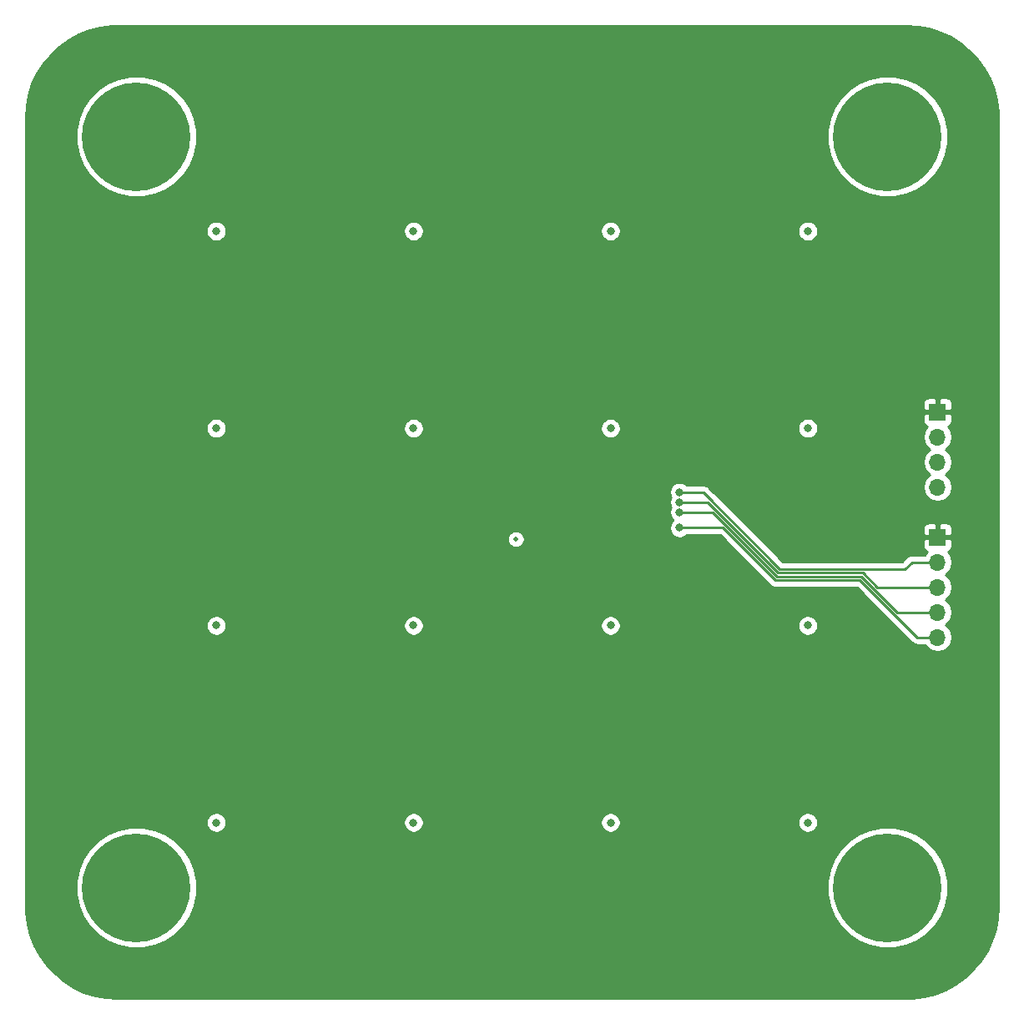
<source format=gbr>
G04 #@! TF.GenerationSoftware,KiCad,Pcbnew,(5.1.5)-3*
G04 #@! TF.CreationDate,2020-04-16T13:08:58+02:00*
G04 #@! TF.ProjectId,TGPG_breakoutboard,54475047-5f62-4726-9561-6b6f7574626f,rev?*
G04 #@! TF.SameCoordinates,Original*
G04 #@! TF.FileFunction,Copper,L4,Bot*
G04 #@! TF.FilePolarity,Positive*
%FSLAX46Y46*%
G04 Gerber Fmt 4.6, Leading zero omitted, Abs format (unit mm)*
G04 Created by KiCad (PCBNEW (5.1.5)-3) date 2020-04-16 13:08:58*
%MOMM*%
%LPD*%
G04 APERTURE LIST*
%ADD10C,11.000000*%
%ADD11O,1.700000X1.700000*%
%ADD12R,1.700000X1.700000*%
%ADD13C,0.500000*%
%ADD14C,0.800000*%
%ADD15C,0.250000*%
%ADD16C,0.254000*%
G04 APERTURE END LIST*
D10*
X178100000Y-51900000D03*
X178100000Y-128100000D03*
X101900000Y-128100000D03*
X101900000Y-51900000D03*
D11*
X183180000Y-87460000D03*
X183180000Y-84920000D03*
X183180000Y-82380000D03*
D12*
X183180000Y-79840000D03*
D11*
X183180000Y-102700000D03*
X183180000Y-100160000D03*
X183180000Y-97620000D03*
X183180000Y-95080000D03*
D12*
X183180000Y-92540000D03*
D13*
X138750000Y-91250000D03*
X138750000Y-88750000D03*
D14*
X110000000Y-58500000D03*
X130000000Y-58500000D03*
X150000000Y-58500000D03*
X170000000Y-58500000D03*
X110000000Y-78500000D03*
X130000000Y-78500000D03*
X150000000Y-78500000D03*
X170000000Y-78500000D03*
X110000000Y-98500000D03*
X130000000Y-98500000D03*
X150000000Y-98500000D03*
X170000000Y-98500000D03*
X110000000Y-118500000D03*
X130000000Y-118500000D03*
X150000000Y-118500000D03*
X170000000Y-118500000D03*
D13*
X141250000Y-88750000D03*
X141250000Y-91250000D03*
D14*
X181910000Y-70950000D03*
X101900000Y-64600000D03*
X101900000Y-77300000D03*
X101900000Y-90000000D03*
X101900000Y-105240000D03*
X101900000Y-115400000D03*
X178100000Y-115400000D03*
X178100000Y-102700000D03*
X178100000Y-90000000D03*
X178100000Y-77300000D03*
X178100000Y-64600000D03*
X165400000Y-51900000D03*
X152700000Y-51900000D03*
X140000000Y-51900000D03*
X127300000Y-51900000D03*
X114600000Y-51900000D03*
D13*
X140400000Y-92750000D03*
D14*
X110000000Y-61500000D03*
X130000000Y-61500000D03*
X150000000Y-61500000D03*
X170000000Y-61500000D03*
X110000000Y-81500000D03*
X130000000Y-81500000D03*
X150000000Y-81500000D03*
X170000000Y-81500000D03*
X110000000Y-101500000D03*
X130000000Y-101500000D03*
X150000000Y-101500000D03*
X170000000Y-101500000D03*
X110000000Y-121500000D03*
X130000000Y-121500000D03*
X150000000Y-121500000D03*
X170000000Y-121500000D03*
X157000000Y-90000000D03*
X157000000Y-89000000D03*
X157000000Y-88000000D03*
X157000000Y-91600000D03*
D15*
X157000000Y-90000000D02*
X160330344Y-90000000D01*
X160330344Y-90000000D02*
X166855334Y-96524990D01*
X166855334Y-96524990D02*
X175455335Y-96524991D01*
X179090344Y-100160000D02*
X183180000Y-100160000D01*
X175455335Y-96524991D02*
X179090344Y-100160000D01*
X177080688Y-97620000D02*
X183180000Y-97620000D01*
X157000000Y-89000000D02*
X159860688Y-89000000D01*
X175610670Y-96149982D02*
X177080688Y-97620000D01*
X167010669Y-96149981D02*
X175610670Y-96149982D01*
X159860688Y-89000000D02*
X167010669Y-96149981D01*
X180569944Y-95080000D02*
X183180000Y-95080000D01*
X179874972Y-95774972D02*
X180569944Y-95080000D01*
X167166004Y-95774972D02*
X179874972Y-95774972D01*
X157000000Y-88000000D02*
X159391032Y-88000000D01*
X159391032Y-88000000D02*
X167166004Y-95774972D01*
X157000000Y-91600000D02*
X161400000Y-91600000D01*
X161400000Y-91600000D02*
X166700000Y-96900000D01*
X166700000Y-96900000D02*
X175300000Y-96900000D01*
X181100000Y-102700000D02*
X183180000Y-102700000D01*
X175300000Y-96900000D02*
X181100000Y-102700000D01*
D16*
G36*
X181170449Y-40734944D02*
G01*
X182322444Y-40954698D01*
X183437801Y-41317100D01*
X184498955Y-41816441D01*
X185489146Y-42444836D01*
X186392776Y-43192383D01*
X187195588Y-44047292D01*
X187884922Y-44996079D01*
X188449903Y-46023774D01*
X188881627Y-47114186D01*
X189173281Y-48250103D01*
X189321571Y-49423941D01*
X189340000Y-50010358D01*
X189340001Y-129979237D01*
X189265056Y-131170448D01*
X189045302Y-132322444D01*
X188682900Y-133437801D01*
X188183560Y-134498952D01*
X187555165Y-135489144D01*
X186807612Y-136392780D01*
X185952708Y-137195588D01*
X185003922Y-137884922D01*
X183976227Y-138449903D01*
X182885813Y-138881627D01*
X181749897Y-139173281D01*
X180576058Y-139321571D01*
X179989642Y-139340000D01*
X100020747Y-139340000D01*
X98829552Y-139265056D01*
X97677556Y-139045302D01*
X96562199Y-138682900D01*
X95501048Y-138183560D01*
X94510856Y-137555165D01*
X93607220Y-136807612D01*
X92804412Y-135952708D01*
X92115078Y-135003922D01*
X91550097Y-133976227D01*
X91118373Y-132885813D01*
X90826719Y-131749897D01*
X90678429Y-130576058D01*
X90660000Y-129989642D01*
X90660000Y-127495755D01*
X95765000Y-127495755D01*
X95765000Y-128704245D01*
X96000764Y-129889514D01*
X96463233Y-131006012D01*
X97134634Y-132010835D01*
X97989165Y-132865366D01*
X98993988Y-133536767D01*
X100110486Y-133999236D01*
X101295755Y-134235000D01*
X102504245Y-134235000D01*
X103689514Y-133999236D01*
X104806012Y-133536767D01*
X105810835Y-132865366D01*
X106665366Y-132010835D01*
X107336767Y-131006012D01*
X107799236Y-129889514D01*
X108035000Y-128704245D01*
X108035000Y-127495755D01*
X171965000Y-127495755D01*
X171965000Y-128704245D01*
X172200764Y-129889514D01*
X172663233Y-131006012D01*
X173334634Y-132010835D01*
X174189165Y-132865366D01*
X175193988Y-133536767D01*
X176310486Y-133999236D01*
X177495755Y-134235000D01*
X178704245Y-134235000D01*
X179889514Y-133999236D01*
X181006012Y-133536767D01*
X182010835Y-132865366D01*
X182865366Y-132010835D01*
X183536767Y-131006012D01*
X183999236Y-129889514D01*
X184235000Y-128704245D01*
X184235000Y-127495755D01*
X183999236Y-126310486D01*
X183536767Y-125193988D01*
X182865366Y-124189165D01*
X182010835Y-123334634D01*
X181006012Y-122663233D01*
X179889514Y-122200764D01*
X178704245Y-121965000D01*
X177495755Y-121965000D01*
X176310486Y-122200764D01*
X175193988Y-122663233D01*
X174189165Y-123334634D01*
X173334634Y-124189165D01*
X172663233Y-125193988D01*
X172200764Y-126310486D01*
X171965000Y-127495755D01*
X108035000Y-127495755D01*
X107799236Y-126310486D01*
X107336767Y-125193988D01*
X106665366Y-124189165D01*
X105810835Y-123334634D01*
X104806012Y-122663233D01*
X103689514Y-122200764D01*
X102504245Y-121965000D01*
X101295755Y-121965000D01*
X100110486Y-122200764D01*
X98993988Y-122663233D01*
X97989165Y-123334634D01*
X97134634Y-124189165D01*
X96463233Y-125193988D01*
X96000764Y-126310486D01*
X95765000Y-127495755D01*
X90660000Y-127495755D01*
X90660000Y-121398061D01*
X108965000Y-121398061D01*
X108965000Y-121601939D01*
X109004774Y-121801898D01*
X109082795Y-121990256D01*
X109196063Y-122159774D01*
X109340226Y-122303937D01*
X109509744Y-122417205D01*
X109698102Y-122495226D01*
X109898061Y-122535000D01*
X110101939Y-122535000D01*
X110301898Y-122495226D01*
X110490256Y-122417205D01*
X110659774Y-122303937D01*
X110803937Y-122159774D01*
X110917205Y-121990256D01*
X110995226Y-121801898D01*
X111035000Y-121601939D01*
X111035000Y-121398061D01*
X128965000Y-121398061D01*
X128965000Y-121601939D01*
X129004774Y-121801898D01*
X129082795Y-121990256D01*
X129196063Y-122159774D01*
X129340226Y-122303937D01*
X129509744Y-122417205D01*
X129698102Y-122495226D01*
X129898061Y-122535000D01*
X130101939Y-122535000D01*
X130301898Y-122495226D01*
X130490256Y-122417205D01*
X130659774Y-122303937D01*
X130803937Y-122159774D01*
X130917205Y-121990256D01*
X130995226Y-121801898D01*
X131035000Y-121601939D01*
X131035000Y-121398061D01*
X148965000Y-121398061D01*
X148965000Y-121601939D01*
X149004774Y-121801898D01*
X149082795Y-121990256D01*
X149196063Y-122159774D01*
X149340226Y-122303937D01*
X149509744Y-122417205D01*
X149698102Y-122495226D01*
X149898061Y-122535000D01*
X150101939Y-122535000D01*
X150301898Y-122495226D01*
X150490256Y-122417205D01*
X150659774Y-122303937D01*
X150803937Y-122159774D01*
X150917205Y-121990256D01*
X150995226Y-121801898D01*
X151035000Y-121601939D01*
X151035000Y-121398061D01*
X168965000Y-121398061D01*
X168965000Y-121601939D01*
X169004774Y-121801898D01*
X169082795Y-121990256D01*
X169196063Y-122159774D01*
X169340226Y-122303937D01*
X169509744Y-122417205D01*
X169698102Y-122495226D01*
X169898061Y-122535000D01*
X170101939Y-122535000D01*
X170301898Y-122495226D01*
X170490256Y-122417205D01*
X170659774Y-122303937D01*
X170803937Y-122159774D01*
X170917205Y-121990256D01*
X170995226Y-121801898D01*
X171035000Y-121601939D01*
X171035000Y-121398061D01*
X170995226Y-121198102D01*
X170917205Y-121009744D01*
X170803937Y-120840226D01*
X170659774Y-120696063D01*
X170490256Y-120582795D01*
X170301898Y-120504774D01*
X170101939Y-120465000D01*
X169898061Y-120465000D01*
X169698102Y-120504774D01*
X169509744Y-120582795D01*
X169340226Y-120696063D01*
X169196063Y-120840226D01*
X169082795Y-121009744D01*
X169004774Y-121198102D01*
X168965000Y-121398061D01*
X151035000Y-121398061D01*
X150995226Y-121198102D01*
X150917205Y-121009744D01*
X150803937Y-120840226D01*
X150659774Y-120696063D01*
X150490256Y-120582795D01*
X150301898Y-120504774D01*
X150101939Y-120465000D01*
X149898061Y-120465000D01*
X149698102Y-120504774D01*
X149509744Y-120582795D01*
X149340226Y-120696063D01*
X149196063Y-120840226D01*
X149082795Y-121009744D01*
X149004774Y-121198102D01*
X148965000Y-121398061D01*
X131035000Y-121398061D01*
X130995226Y-121198102D01*
X130917205Y-121009744D01*
X130803937Y-120840226D01*
X130659774Y-120696063D01*
X130490256Y-120582795D01*
X130301898Y-120504774D01*
X130101939Y-120465000D01*
X129898061Y-120465000D01*
X129698102Y-120504774D01*
X129509744Y-120582795D01*
X129340226Y-120696063D01*
X129196063Y-120840226D01*
X129082795Y-121009744D01*
X129004774Y-121198102D01*
X128965000Y-121398061D01*
X111035000Y-121398061D01*
X110995226Y-121198102D01*
X110917205Y-121009744D01*
X110803937Y-120840226D01*
X110659774Y-120696063D01*
X110490256Y-120582795D01*
X110301898Y-120504774D01*
X110101939Y-120465000D01*
X109898061Y-120465000D01*
X109698102Y-120504774D01*
X109509744Y-120582795D01*
X109340226Y-120696063D01*
X109196063Y-120840226D01*
X109082795Y-121009744D01*
X109004774Y-121198102D01*
X108965000Y-121398061D01*
X90660000Y-121398061D01*
X90660000Y-101398061D01*
X108965000Y-101398061D01*
X108965000Y-101601939D01*
X109004774Y-101801898D01*
X109082795Y-101990256D01*
X109196063Y-102159774D01*
X109340226Y-102303937D01*
X109509744Y-102417205D01*
X109698102Y-102495226D01*
X109898061Y-102535000D01*
X110101939Y-102535000D01*
X110301898Y-102495226D01*
X110490256Y-102417205D01*
X110659774Y-102303937D01*
X110803937Y-102159774D01*
X110917205Y-101990256D01*
X110995226Y-101801898D01*
X111035000Y-101601939D01*
X111035000Y-101398061D01*
X128965000Y-101398061D01*
X128965000Y-101601939D01*
X129004774Y-101801898D01*
X129082795Y-101990256D01*
X129196063Y-102159774D01*
X129340226Y-102303937D01*
X129509744Y-102417205D01*
X129698102Y-102495226D01*
X129898061Y-102535000D01*
X130101939Y-102535000D01*
X130301898Y-102495226D01*
X130490256Y-102417205D01*
X130659774Y-102303937D01*
X130803937Y-102159774D01*
X130917205Y-101990256D01*
X130995226Y-101801898D01*
X131035000Y-101601939D01*
X131035000Y-101398061D01*
X148965000Y-101398061D01*
X148965000Y-101601939D01*
X149004774Y-101801898D01*
X149082795Y-101990256D01*
X149196063Y-102159774D01*
X149340226Y-102303937D01*
X149509744Y-102417205D01*
X149698102Y-102495226D01*
X149898061Y-102535000D01*
X150101939Y-102535000D01*
X150301898Y-102495226D01*
X150490256Y-102417205D01*
X150659774Y-102303937D01*
X150803937Y-102159774D01*
X150917205Y-101990256D01*
X150995226Y-101801898D01*
X151035000Y-101601939D01*
X151035000Y-101398061D01*
X168965000Y-101398061D01*
X168965000Y-101601939D01*
X169004774Y-101801898D01*
X169082795Y-101990256D01*
X169196063Y-102159774D01*
X169340226Y-102303937D01*
X169509744Y-102417205D01*
X169698102Y-102495226D01*
X169898061Y-102535000D01*
X170101939Y-102535000D01*
X170301898Y-102495226D01*
X170490256Y-102417205D01*
X170659774Y-102303937D01*
X170803937Y-102159774D01*
X170917205Y-101990256D01*
X170995226Y-101801898D01*
X171035000Y-101601939D01*
X171035000Y-101398061D01*
X170995226Y-101198102D01*
X170917205Y-101009744D01*
X170803937Y-100840226D01*
X170659774Y-100696063D01*
X170490256Y-100582795D01*
X170301898Y-100504774D01*
X170101939Y-100465000D01*
X169898061Y-100465000D01*
X169698102Y-100504774D01*
X169509744Y-100582795D01*
X169340226Y-100696063D01*
X169196063Y-100840226D01*
X169082795Y-101009744D01*
X169004774Y-101198102D01*
X168965000Y-101398061D01*
X151035000Y-101398061D01*
X150995226Y-101198102D01*
X150917205Y-101009744D01*
X150803937Y-100840226D01*
X150659774Y-100696063D01*
X150490256Y-100582795D01*
X150301898Y-100504774D01*
X150101939Y-100465000D01*
X149898061Y-100465000D01*
X149698102Y-100504774D01*
X149509744Y-100582795D01*
X149340226Y-100696063D01*
X149196063Y-100840226D01*
X149082795Y-101009744D01*
X149004774Y-101198102D01*
X148965000Y-101398061D01*
X131035000Y-101398061D01*
X130995226Y-101198102D01*
X130917205Y-101009744D01*
X130803937Y-100840226D01*
X130659774Y-100696063D01*
X130490256Y-100582795D01*
X130301898Y-100504774D01*
X130101939Y-100465000D01*
X129898061Y-100465000D01*
X129698102Y-100504774D01*
X129509744Y-100582795D01*
X129340226Y-100696063D01*
X129196063Y-100840226D01*
X129082795Y-101009744D01*
X129004774Y-101198102D01*
X128965000Y-101398061D01*
X111035000Y-101398061D01*
X110995226Y-101198102D01*
X110917205Y-101009744D01*
X110803937Y-100840226D01*
X110659774Y-100696063D01*
X110490256Y-100582795D01*
X110301898Y-100504774D01*
X110101939Y-100465000D01*
X109898061Y-100465000D01*
X109698102Y-100504774D01*
X109509744Y-100582795D01*
X109340226Y-100696063D01*
X109196063Y-100840226D01*
X109082795Y-101009744D01*
X109004774Y-101198102D01*
X108965000Y-101398061D01*
X90660000Y-101398061D01*
X90660000Y-92662835D01*
X139515000Y-92662835D01*
X139515000Y-92837165D01*
X139549010Y-93008145D01*
X139615723Y-93169205D01*
X139712576Y-93314155D01*
X139835845Y-93437424D01*
X139980795Y-93534277D01*
X140141855Y-93600990D01*
X140312835Y-93635000D01*
X140487165Y-93635000D01*
X140658145Y-93600990D01*
X140819205Y-93534277D01*
X140964155Y-93437424D01*
X141087424Y-93314155D01*
X141184277Y-93169205D01*
X141250990Y-93008145D01*
X141285000Y-92837165D01*
X141285000Y-92662835D01*
X141250990Y-92491855D01*
X141184277Y-92330795D01*
X141087424Y-92185845D01*
X140964155Y-92062576D01*
X140819205Y-91965723D01*
X140658145Y-91899010D01*
X140487165Y-91865000D01*
X140312835Y-91865000D01*
X140141855Y-91899010D01*
X139980795Y-91965723D01*
X139835845Y-92062576D01*
X139712576Y-92185845D01*
X139615723Y-92330795D01*
X139549010Y-92491855D01*
X139515000Y-92662835D01*
X90660000Y-92662835D01*
X90660000Y-87898061D01*
X155965000Y-87898061D01*
X155965000Y-88101939D01*
X156004774Y-88301898D01*
X156082795Y-88490256D01*
X156089306Y-88500000D01*
X156082795Y-88509744D01*
X156004774Y-88698102D01*
X155965000Y-88898061D01*
X155965000Y-89101939D01*
X156004774Y-89301898D01*
X156082795Y-89490256D01*
X156089306Y-89500000D01*
X156082795Y-89509744D01*
X156004774Y-89698102D01*
X155965000Y-89898061D01*
X155965000Y-90101939D01*
X156004774Y-90301898D01*
X156082795Y-90490256D01*
X156196063Y-90659774D01*
X156336289Y-90800000D01*
X156196063Y-90940226D01*
X156082795Y-91109744D01*
X156004774Y-91298102D01*
X155965000Y-91498061D01*
X155965000Y-91701939D01*
X156004774Y-91901898D01*
X156082795Y-92090256D01*
X156196063Y-92259774D01*
X156340226Y-92403937D01*
X156509744Y-92517205D01*
X156698102Y-92595226D01*
X156898061Y-92635000D01*
X157101939Y-92635000D01*
X157301898Y-92595226D01*
X157490256Y-92517205D01*
X157659774Y-92403937D01*
X157703711Y-92360000D01*
X161085199Y-92360000D01*
X166136200Y-97411002D01*
X166159999Y-97440001D01*
X166188997Y-97463799D01*
X166275723Y-97534974D01*
X166407753Y-97605546D01*
X166551014Y-97649003D01*
X166662667Y-97660000D01*
X166662677Y-97660000D01*
X166700000Y-97663676D01*
X166737323Y-97660000D01*
X174985199Y-97660000D01*
X180536201Y-103211003D01*
X180559999Y-103240001D01*
X180675724Y-103334974D01*
X180807753Y-103405546D01*
X180951014Y-103449003D01*
X181062667Y-103460000D01*
X181062675Y-103460000D01*
X181100000Y-103463676D01*
X181137325Y-103460000D01*
X181901822Y-103460000D01*
X182026525Y-103646632D01*
X182233368Y-103853475D01*
X182476589Y-104015990D01*
X182746842Y-104127932D01*
X183033740Y-104185000D01*
X183326260Y-104185000D01*
X183613158Y-104127932D01*
X183883411Y-104015990D01*
X184126632Y-103853475D01*
X184333475Y-103646632D01*
X184495990Y-103403411D01*
X184607932Y-103133158D01*
X184665000Y-102846260D01*
X184665000Y-102553740D01*
X184607932Y-102266842D01*
X184495990Y-101996589D01*
X184333475Y-101753368D01*
X184126632Y-101546525D01*
X183952240Y-101430000D01*
X184126632Y-101313475D01*
X184333475Y-101106632D01*
X184495990Y-100863411D01*
X184607932Y-100593158D01*
X184665000Y-100306260D01*
X184665000Y-100013740D01*
X184607932Y-99726842D01*
X184495990Y-99456589D01*
X184333475Y-99213368D01*
X184126632Y-99006525D01*
X183952240Y-98890000D01*
X184126632Y-98773475D01*
X184333475Y-98566632D01*
X184495990Y-98323411D01*
X184607932Y-98053158D01*
X184665000Y-97766260D01*
X184665000Y-97473740D01*
X184607932Y-97186842D01*
X184495990Y-96916589D01*
X184333475Y-96673368D01*
X184126632Y-96466525D01*
X183952240Y-96350000D01*
X184126632Y-96233475D01*
X184333475Y-96026632D01*
X184495990Y-95783411D01*
X184607932Y-95513158D01*
X184665000Y-95226260D01*
X184665000Y-94933740D01*
X184607932Y-94646842D01*
X184495990Y-94376589D01*
X184333475Y-94133368D01*
X184201620Y-94001513D01*
X184274180Y-93979502D01*
X184384494Y-93920537D01*
X184481185Y-93841185D01*
X184560537Y-93744494D01*
X184619502Y-93634180D01*
X184655812Y-93514482D01*
X184668072Y-93390000D01*
X184665000Y-92825750D01*
X184506250Y-92667000D01*
X183307000Y-92667000D01*
X183307000Y-92687000D01*
X183053000Y-92687000D01*
X183053000Y-92667000D01*
X181853750Y-92667000D01*
X181695000Y-92825750D01*
X181691928Y-93390000D01*
X181704188Y-93514482D01*
X181740498Y-93634180D01*
X181799463Y-93744494D01*
X181878815Y-93841185D01*
X181975506Y-93920537D01*
X182085820Y-93979502D01*
X182158380Y-94001513D01*
X182026525Y-94133368D01*
X181901822Y-94320000D01*
X180607267Y-94320000D01*
X180569944Y-94316324D01*
X180532621Y-94320000D01*
X180532611Y-94320000D01*
X180420958Y-94330997D01*
X180277697Y-94374454D01*
X180145668Y-94445026D01*
X180029943Y-94539999D01*
X180006145Y-94568998D01*
X179560171Y-95014972D01*
X167480806Y-95014972D01*
X164155834Y-91690000D01*
X181691928Y-91690000D01*
X181695000Y-92254250D01*
X181853750Y-92413000D01*
X183053000Y-92413000D01*
X183053000Y-91213750D01*
X183307000Y-91213750D01*
X183307000Y-92413000D01*
X184506250Y-92413000D01*
X184665000Y-92254250D01*
X184668072Y-91690000D01*
X184655812Y-91565518D01*
X184619502Y-91445820D01*
X184560537Y-91335506D01*
X184481185Y-91238815D01*
X184384494Y-91159463D01*
X184274180Y-91100498D01*
X184154482Y-91064188D01*
X184030000Y-91051928D01*
X183465750Y-91055000D01*
X183307000Y-91213750D01*
X183053000Y-91213750D01*
X182894250Y-91055000D01*
X182330000Y-91051928D01*
X182205518Y-91064188D01*
X182085820Y-91100498D01*
X181975506Y-91159463D01*
X181878815Y-91238815D01*
X181799463Y-91335506D01*
X181740498Y-91445820D01*
X181704188Y-91565518D01*
X181691928Y-91690000D01*
X164155834Y-91690000D01*
X159954836Y-87489003D01*
X159931033Y-87459999D01*
X159815308Y-87365026D01*
X159683279Y-87294454D01*
X159540018Y-87250997D01*
X159428365Y-87240000D01*
X159428354Y-87240000D01*
X159391032Y-87236324D01*
X159353710Y-87240000D01*
X157703711Y-87240000D01*
X157659774Y-87196063D01*
X157490256Y-87082795D01*
X157301898Y-87004774D01*
X157101939Y-86965000D01*
X156898061Y-86965000D01*
X156698102Y-87004774D01*
X156509744Y-87082795D01*
X156340226Y-87196063D01*
X156196063Y-87340226D01*
X156082795Y-87509744D01*
X156004774Y-87698102D01*
X155965000Y-87898061D01*
X90660000Y-87898061D01*
X90660000Y-81398061D01*
X108965000Y-81398061D01*
X108965000Y-81601939D01*
X109004774Y-81801898D01*
X109082795Y-81990256D01*
X109196063Y-82159774D01*
X109340226Y-82303937D01*
X109509744Y-82417205D01*
X109698102Y-82495226D01*
X109898061Y-82535000D01*
X110101939Y-82535000D01*
X110301898Y-82495226D01*
X110490256Y-82417205D01*
X110659774Y-82303937D01*
X110803937Y-82159774D01*
X110917205Y-81990256D01*
X110995226Y-81801898D01*
X111035000Y-81601939D01*
X111035000Y-81398061D01*
X128965000Y-81398061D01*
X128965000Y-81601939D01*
X129004774Y-81801898D01*
X129082795Y-81990256D01*
X129196063Y-82159774D01*
X129340226Y-82303937D01*
X129509744Y-82417205D01*
X129698102Y-82495226D01*
X129898061Y-82535000D01*
X130101939Y-82535000D01*
X130301898Y-82495226D01*
X130490256Y-82417205D01*
X130659774Y-82303937D01*
X130803937Y-82159774D01*
X130917205Y-81990256D01*
X130995226Y-81801898D01*
X131035000Y-81601939D01*
X131035000Y-81398061D01*
X148965000Y-81398061D01*
X148965000Y-81601939D01*
X149004774Y-81801898D01*
X149082795Y-81990256D01*
X149196063Y-82159774D01*
X149340226Y-82303937D01*
X149509744Y-82417205D01*
X149698102Y-82495226D01*
X149898061Y-82535000D01*
X150101939Y-82535000D01*
X150301898Y-82495226D01*
X150490256Y-82417205D01*
X150659774Y-82303937D01*
X150803937Y-82159774D01*
X150917205Y-81990256D01*
X150995226Y-81801898D01*
X151035000Y-81601939D01*
X151035000Y-81398061D01*
X168965000Y-81398061D01*
X168965000Y-81601939D01*
X169004774Y-81801898D01*
X169082795Y-81990256D01*
X169196063Y-82159774D01*
X169340226Y-82303937D01*
X169509744Y-82417205D01*
X169698102Y-82495226D01*
X169898061Y-82535000D01*
X170101939Y-82535000D01*
X170301898Y-82495226D01*
X170490256Y-82417205D01*
X170659774Y-82303937D01*
X170803937Y-82159774D01*
X170917205Y-81990256D01*
X170995226Y-81801898D01*
X171035000Y-81601939D01*
X171035000Y-81398061D01*
X170995226Y-81198102D01*
X170917205Y-81009744D01*
X170803937Y-80840226D01*
X170659774Y-80696063D01*
X170650701Y-80690000D01*
X181691928Y-80690000D01*
X181704188Y-80814482D01*
X181740498Y-80934180D01*
X181799463Y-81044494D01*
X181878815Y-81141185D01*
X181975506Y-81220537D01*
X182085820Y-81279502D01*
X182158380Y-81301513D01*
X182026525Y-81433368D01*
X181864010Y-81676589D01*
X181752068Y-81946842D01*
X181695000Y-82233740D01*
X181695000Y-82526260D01*
X181752068Y-82813158D01*
X181864010Y-83083411D01*
X182026525Y-83326632D01*
X182233368Y-83533475D01*
X182407760Y-83650000D01*
X182233368Y-83766525D01*
X182026525Y-83973368D01*
X181864010Y-84216589D01*
X181752068Y-84486842D01*
X181695000Y-84773740D01*
X181695000Y-85066260D01*
X181752068Y-85353158D01*
X181864010Y-85623411D01*
X182026525Y-85866632D01*
X182233368Y-86073475D01*
X182407760Y-86190000D01*
X182233368Y-86306525D01*
X182026525Y-86513368D01*
X181864010Y-86756589D01*
X181752068Y-87026842D01*
X181695000Y-87313740D01*
X181695000Y-87606260D01*
X181752068Y-87893158D01*
X181864010Y-88163411D01*
X182026525Y-88406632D01*
X182233368Y-88613475D01*
X182476589Y-88775990D01*
X182746842Y-88887932D01*
X183033740Y-88945000D01*
X183326260Y-88945000D01*
X183613158Y-88887932D01*
X183883411Y-88775990D01*
X184126632Y-88613475D01*
X184333475Y-88406632D01*
X184495990Y-88163411D01*
X184607932Y-87893158D01*
X184665000Y-87606260D01*
X184665000Y-87313740D01*
X184607932Y-87026842D01*
X184495990Y-86756589D01*
X184333475Y-86513368D01*
X184126632Y-86306525D01*
X183952240Y-86190000D01*
X184126632Y-86073475D01*
X184333475Y-85866632D01*
X184495990Y-85623411D01*
X184607932Y-85353158D01*
X184665000Y-85066260D01*
X184665000Y-84773740D01*
X184607932Y-84486842D01*
X184495990Y-84216589D01*
X184333475Y-83973368D01*
X184126632Y-83766525D01*
X183952240Y-83650000D01*
X184126632Y-83533475D01*
X184333475Y-83326632D01*
X184495990Y-83083411D01*
X184607932Y-82813158D01*
X184665000Y-82526260D01*
X184665000Y-82233740D01*
X184607932Y-81946842D01*
X184495990Y-81676589D01*
X184333475Y-81433368D01*
X184201620Y-81301513D01*
X184274180Y-81279502D01*
X184384494Y-81220537D01*
X184481185Y-81141185D01*
X184560537Y-81044494D01*
X184619502Y-80934180D01*
X184655812Y-80814482D01*
X184668072Y-80690000D01*
X184665000Y-80125750D01*
X184506250Y-79967000D01*
X183307000Y-79967000D01*
X183307000Y-79987000D01*
X183053000Y-79987000D01*
X183053000Y-79967000D01*
X181853750Y-79967000D01*
X181695000Y-80125750D01*
X181691928Y-80690000D01*
X170650701Y-80690000D01*
X170490256Y-80582795D01*
X170301898Y-80504774D01*
X170101939Y-80465000D01*
X169898061Y-80465000D01*
X169698102Y-80504774D01*
X169509744Y-80582795D01*
X169340226Y-80696063D01*
X169196063Y-80840226D01*
X169082795Y-81009744D01*
X169004774Y-81198102D01*
X168965000Y-81398061D01*
X151035000Y-81398061D01*
X150995226Y-81198102D01*
X150917205Y-81009744D01*
X150803937Y-80840226D01*
X150659774Y-80696063D01*
X150490256Y-80582795D01*
X150301898Y-80504774D01*
X150101939Y-80465000D01*
X149898061Y-80465000D01*
X149698102Y-80504774D01*
X149509744Y-80582795D01*
X149340226Y-80696063D01*
X149196063Y-80840226D01*
X149082795Y-81009744D01*
X149004774Y-81198102D01*
X148965000Y-81398061D01*
X131035000Y-81398061D01*
X130995226Y-81198102D01*
X130917205Y-81009744D01*
X130803937Y-80840226D01*
X130659774Y-80696063D01*
X130490256Y-80582795D01*
X130301898Y-80504774D01*
X130101939Y-80465000D01*
X129898061Y-80465000D01*
X129698102Y-80504774D01*
X129509744Y-80582795D01*
X129340226Y-80696063D01*
X129196063Y-80840226D01*
X129082795Y-81009744D01*
X129004774Y-81198102D01*
X128965000Y-81398061D01*
X111035000Y-81398061D01*
X110995226Y-81198102D01*
X110917205Y-81009744D01*
X110803937Y-80840226D01*
X110659774Y-80696063D01*
X110490256Y-80582795D01*
X110301898Y-80504774D01*
X110101939Y-80465000D01*
X109898061Y-80465000D01*
X109698102Y-80504774D01*
X109509744Y-80582795D01*
X109340226Y-80696063D01*
X109196063Y-80840226D01*
X109082795Y-81009744D01*
X109004774Y-81198102D01*
X108965000Y-81398061D01*
X90660000Y-81398061D01*
X90660000Y-78990000D01*
X181691928Y-78990000D01*
X181695000Y-79554250D01*
X181853750Y-79713000D01*
X183053000Y-79713000D01*
X183053000Y-78513750D01*
X183307000Y-78513750D01*
X183307000Y-79713000D01*
X184506250Y-79713000D01*
X184665000Y-79554250D01*
X184668072Y-78990000D01*
X184655812Y-78865518D01*
X184619502Y-78745820D01*
X184560537Y-78635506D01*
X184481185Y-78538815D01*
X184384494Y-78459463D01*
X184274180Y-78400498D01*
X184154482Y-78364188D01*
X184030000Y-78351928D01*
X183465750Y-78355000D01*
X183307000Y-78513750D01*
X183053000Y-78513750D01*
X182894250Y-78355000D01*
X182330000Y-78351928D01*
X182205518Y-78364188D01*
X182085820Y-78400498D01*
X181975506Y-78459463D01*
X181878815Y-78538815D01*
X181799463Y-78635506D01*
X181740498Y-78745820D01*
X181704188Y-78865518D01*
X181691928Y-78990000D01*
X90660000Y-78990000D01*
X90660000Y-61398061D01*
X108965000Y-61398061D01*
X108965000Y-61601939D01*
X109004774Y-61801898D01*
X109082795Y-61990256D01*
X109196063Y-62159774D01*
X109340226Y-62303937D01*
X109509744Y-62417205D01*
X109698102Y-62495226D01*
X109898061Y-62535000D01*
X110101939Y-62535000D01*
X110301898Y-62495226D01*
X110490256Y-62417205D01*
X110659774Y-62303937D01*
X110803937Y-62159774D01*
X110917205Y-61990256D01*
X110995226Y-61801898D01*
X111035000Y-61601939D01*
X111035000Y-61398061D01*
X128965000Y-61398061D01*
X128965000Y-61601939D01*
X129004774Y-61801898D01*
X129082795Y-61990256D01*
X129196063Y-62159774D01*
X129340226Y-62303937D01*
X129509744Y-62417205D01*
X129698102Y-62495226D01*
X129898061Y-62535000D01*
X130101939Y-62535000D01*
X130301898Y-62495226D01*
X130490256Y-62417205D01*
X130659774Y-62303937D01*
X130803937Y-62159774D01*
X130917205Y-61990256D01*
X130995226Y-61801898D01*
X131035000Y-61601939D01*
X131035000Y-61398061D01*
X148965000Y-61398061D01*
X148965000Y-61601939D01*
X149004774Y-61801898D01*
X149082795Y-61990256D01*
X149196063Y-62159774D01*
X149340226Y-62303937D01*
X149509744Y-62417205D01*
X149698102Y-62495226D01*
X149898061Y-62535000D01*
X150101939Y-62535000D01*
X150301898Y-62495226D01*
X150490256Y-62417205D01*
X150659774Y-62303937D01*
X150803937Y-62159774D01*
X150917205Y-61990256D01*
X150995226Y-61801898D01*
X151035000Y-61601939D01*
X151035000Y-61398061D01*
X168965000Y-61398061D01*
X168965000Y-61601939D01*
X169004774Y-61801898D01*
X169082795Y-61990256D01*
X169196063Y-62159774D01*
X169340226Y-62303937D01*
X169509744Y-62417205D01*
X169698102Y-62495226D01*
X169898061Y-62535000D01*
X170101939Y-62535000D01*
X170301898Y-62495226D01*
X170490256Y-62417205D01*
X170659774Y-62303937D01*
X170803937Y-62159774D01*
X170917205Y-61990256D01*
X170995226Y-61801898D01*
X171035000Y-61601939D01*
X171035000Y-61398061D01*
X170995226Y-61198102D01*
X170917205Y-61009744D01*
X170803937Y-60840226D01*
X170659774Y-60696063D01*
X170490256Y-60582795D01*
X170301898Y-60504774D01*
X170101939Y-60465000D01*
X169898061Y-60465000D01*
X169698102Y-60504774D01*
X169509744Y-60582795D01*
X169340226Y-60696063D01*
X169196063Y-60840226D01*
X169082795Y-61009744D01*
X169004774Y-61198102D01*
X168965000Y-61398061D01*
X151035000Y-61398061D01*
X150995226Y-61198102D01*
X150917205Y-61009744D01*
X150803937Y-60840226D01*
X150659774Y-60696063D01*
X150490256Y-60582795D01*
X150301898Y-60504774D01*
X150101939Y-60465000D01*
X149898061Y-60465000D01*
X149698102Y-60504774D01*
X149509744Y-60582795D01*
X149340226Y-60696063D01*
X149196063Y-60840226D01*
X149082795Y-61009744D01*
X149004774Y-61198102D01*
X148965000Y-61398061D01*
X131035000Y-61398061D01*
X130995226Y-61198102D01*
X130917205Y-61009744D01*
X130803937Y-60840226D01*
X130659774Y-60696063D01*
X130490256Y-60582795D01*
X130301898Y-60504774D01*
X130101939Y-60465000D01*
X129898061Y-60465000D01*
X129698102Y-60504774D01*
X129509744Y-60582795D01*
X129340226Y-60696063D01*
X129196063Y-60840226D01*
X129082795Y-61009744D01*
X129004774Y-61198102D01*
X128965000Y-61398061D01*
X111035000Y-61398061D01*
X110995226Y-61198102D01*
X110917205Y-61009744D01*
X110803937Y-60840226D01*
X110659774Y-60696063D01*
X110490256Y-60582795D01*
X110301898Y-60504774D01*
X110101939Y-60465000D01*
X109898061Y-60465000D01*
X109698102Y-60504774D01*
X109509744Y-60582795D01*
X109340226Y-60696063D01*
X109196063Y-60840226D01*
X109082795Y-61009744D01*
X109004774Y-61198102D01*
X108965000Y-61398061D01*
X90660000Y-61398061D01*
X90660000Y-51295755D01*
X95765000Y-51295755D01*
X95765000Y-52504245D01*
X96000764Y-53689514D01*
X96463233Y-54806012D01*
X97134634Y-55810835D01*
X97989165Y-56665366D01*
X98993988Y-57336767D01*
X100110486Y-57799236D01*
X101295755Y-58035000D01*
X102504245Y-58035000D01*
X103689514Y-57799236D01*
X104806012Y-57336767D01*
X105810835Y-56665366D01*
X106665366Y-55810835D01*
X107336767Y-54806012D01*
X107799236Y-53689514D01*
X108035000Y-52504245D01*
X108035000Y-51295755D01*
X171965000Y-51295755D01*
X171965000Y-52504245D01*
X172200764Y-53689514D01*
X172663233Y-54806012D01*
X173334634Y-55810835D01*
X174189165Y-56665366D01*
X175193988Y-57336767D01*
X176310486Y-57799236D01*
X177495755Y-58035000D01*
X178704245Y-58035000D01*
X179889514Y-57799236D01*
X181006012Y-57336767D01*
X182010835Y-56665366D01*
X182865366Y-55810835D01*
X183536767Y-54806012D01*
X183999236Y-53689514D01*
X184235000Y-52504245D01*
X184235000Y-51295755D01*
X183999236Y-50110486D01*
X183536767Y-48993988D01*
X182865366Y-47989165D01*
X182010835Y-47134634D01*
X181006012Y-46463233D01*
X179889514Y-46000764D01*
X178704245Y-45765000D01*
X177495755Y-45765000D01*
X176310486Y-46000764D01*
X175193988Y-46463233D01*
X174189165Y-47134634D01*
X173334634Y-47989165D01*
X172663233Y-48993988D01*
X172200764Y-50110486D01*
X171965000Y-51295755D01*
X108035000Y-51295755D01*
X107799236Y-50110486D01*
X107336767Y-48993988D01*
X106665366Y-47989165D01*
X105810835Y-47134634D01*
X104806012Y-46463233D01*
X103689514Y-46000764D01*
X102504245Y-45765000D01*
X101295755Y-45765000D01*
X100110486Y-46000764D01*
X98993988Y-46463233D01*
X97989165Y-47134634D01*
X97134634Y-47989165D01*
X96463233Y-48993988D01*
X96000764Y-50110486D01*
X95765000Y-51295755D01*
X90660000Y-51295755D01*
X90660000Y-50020747D01*
X90734944Y-48829551D01*
X90954698Y-47677556D01*
X91317100Y-46562199D01*
X91816441Y-45501045D01*
X92444836Y-44510854D01*
X93192383Y-43607224D01*
X94047292Y-42804412D01*
X94996079Y-42115078D01*
X96023774Y-41550097D01*
X97114186Y-41118373D01*
X98250103Y-40826719D01*
X99423941Y-40678429D01*
X100010358Y-40660000D01*
X179979253Y-40660000D01*
X181170449Y-40734944D01*
G37*
X181170449Y-40734944D02*
X182322444Y-40954698D01*
X183437801Y-41317100D01*
X184498955Y-41816441D01*
X185489146Y-42444836D01*
X186392776Y-43192383D01*
X187195588Y-44047292D01*
X187884922Y-44996079D01*
X188449903Y-46023774D01*
X188881627Y-47114186D01*
X189173281Y-48250103D01*
X189321571Y-49423941D01*
X189340000Y-50010358D01*
X189340001Y-129979237D01*
X189265056Y-131170448D01*
X189045302Y-132322444D01*
X188682900Y-133437801D01*
X188183560Y-134498952D01*
X187555165Y-135489144D01*
X186807612Y-136392780D01*
X185952708Y-137195588D01*
X185003922Y-137884922D01*
X183976227Y-138449903D01*
X182885813Y-138881627D01*
X181749897Y-139173281D01*
X180576058Y-139321571D01*
X179989642Y-139340000D01*
X100020747Y-139340000D01*
X98829552Y-139265056D01*
X97677556Y-139045302D01*
X96562199Y-138682900D01*
X95501048Y-138183560D01*
X94510856Y-137555165D01*
X93607220Y-136807612D01*
X92804412Y-135952708D01*
X92115078Y-135003922D01*
X91550097Y-133976227D01*
X91118373Y-132885813D01*
X90826719Y-131749897D01*
X90678429Y-130576058D01*
X90660000Y-129989642D01*
X90660000Y-127495755D01*
X95765000Y-127495755D01*
X95765000Y-128704245D01*
X96000764Y-129889514D01*
X96463233Y-131006012D01*
X97134634Y-132010835D01*
X97989165Y-132865366D01*
X98993988Y-133536767D01*
X100110486Y-133999236D01*
X101295755Y-134235000D01*
X102504245Y-134235000D01*
X103689514Y-133999236D01*
X104806012Y-133536767D01*
X105810835Y-132865366D01*
X106665366Y-132010835D01*
X107336767Y-131006012D01*
X107799236Y-129889514D01*
X108035000Y-128704245D01*
X108035000Y-127495755D01*
X171965000Y-127495755D01*
X171965000Y-128704245D01*
X172200764Y-129889514D01*
X172663233Y-131006012D01*
X173334634Y-132010835D01*
X174189165Y-132865366D01*
X175193988Y-133536767D01*
X176310486Y-133999236D01*
X177495755Y-134235000D01*
X178704245Y-134235000D01*
X179889514Y-133999236D01*
X181006012Y-133536767D01*
X182010835Y-132865366D01*
X182865366Y-132010835D01*
X183536767Y-131006012D01*
X183999236Y-129889514D01*
X184235000Y-128704245D01*
X184235000Y-127495755D01*
X183999236Y-126310486D01*
X183536767Y-125193988D01*
X182865366Y-124189165D01*
X182010835Y-123334634D01*
X181006012Y-122663233D01*
X179889514Y-122200764D01*
X178704245Y-121965000D01*
X177495755Y-121965000D01*
X176310486Y-122200764D01*
X175193988Y-122663233D01*
X174189165Y-123334634D01*
X173334634Y-124189165D01*
X172663233Y-125193988D01*
X172200764Y-126310486D01*
X171965000Y-127495755D01*
X108035000Y-127495755D01*
X107799236Y-126310486D01*
X107336767Y-125193988D01*
X106665366Y-124189165D01*
X105810835Y-123334634D01*
X104806012Y-122663233D01*
X103689514Y-122200764D01*
X102504245Y-121965000D01*
X101295755Y-121965000D01*
X100110486Y-122200764D01*
X98993988Y-122663233D01*
X97989165Y-123334634D01*
X97134634Y-124189165D01*
X96463233Y-125193988D01*
X96000764Y-126310486D01*
X95765000Y-127495755D01*
X90660000Y-127495755D01*
X90660000Y-121398061D01*
X108965000Y-121398061D01*
X108965000Y-121601939D01*
X109004774Y-121801898D01*
X109082795Y-121990256D01*
X109196063Y-122159774D01*
X109340226Y-122303937D01*
X109509744Y-122417205D01*
X109698102Y-122495226D01*
X109898061Y-122535000D01*
X110101939Y-122535000D01*
X110301898Y-122495226D01*
X110490256Y-122417205D01*
X110659774Y-122303937D01*
X110803937Y-122159774D01*
X110917205Y-121990256D01*
X110995226Y-121801898D01*
X111035000Y-121601939D01*
X111035000Y-121398061D01*
X128965000Y-121398061D01*
X128965000Y-121601939D01*
X129004774Y-121801898D01*
X129082795Y-121990256D01*
X129196063Y-122159774D01*
X129340226Y-122303937D01*
X129509744Y-122417205D01*
X129698102Y-122495226D01*
X129898061Y-122535000D01*
X130101939Y-122535000D01*
X130301898Y-122495226D01*
X130490256Y-122417205D01*
X130659774Y-122303937D01*
X130803937Y-122159774D01*
X130917205Y-121990256D01*
X130995226Y-121801898D01*
X131035000Y-121601939D01*
X131035000Y-121398061D01*
X148965000Y-121398061D01*
X148965000Y-121601939D01*
X149004774Y-121801898D01*
X149082795Y-121990256D01*
X149196063Y-122159774D01*
X149340226Y-122303937D01*
X149509744Y-122417205D01*
X149698102Y-122495226D01*
X149898061Y-122535000D01*
X150101939Y-122535000D01*
X150301898Y-122495226D01*
X150490256Y-122417205D01*
X150659774Y-122303937D01*
X150803937Y-122159774D01*
X150917205Y-121990256D01*
X150995226Y-121801898D01*
X151035000Y-121601939D01*
X151035000Y-121398061D01*
X168965000Y-121398061D01*
X168965000Y-121601939D01*
X169004774Y-121801898D01*
X169082795Y-121990256D01*
X169196063Y-122159774D01*
X169340226Y-122303937D01*
X169509744Y-122417205D01*
X169698102Y-122495226D01*
X169898061Y-122535000D01*
X170101939Y-122535000D01*
X170301898Y-122495226D01*
X170490256Y-122417205D01*
X170659774Y-122303937D01*
X170803937Y-122159774D01*
X170917205Y-121990256D01*
X170995226Y-121801898D01*
X171035000Y-121601939D01*
X171035000Y-121398061D01*
X170995226Y-121198102D01*
X170917205Y-121009744D01*
X170803937Y-120840226D01*
X170659774Y-120696063D01*
X170490256Y-120582795D01*
X170301898Y-120504774D01*
X170101939Y-120465000D01*
X169898061Y-120465000D01*
X169698102Y-120504774D01*
X169509744Y-120582795D01*
X169340226Y-120696063D01*
X169196063Y-120840226D01*
X169082795Y-121009744D01*
X169004774Y-121198102D01*
X168965000Y-121398061D01*
X151035000Y-121398061D01*
X150995226Y-121198102D01*
X150917205Y-121009744D01*
X150803937Y-120840226D01*
X150659774Y-120696063D01*
X150490256Y-120582795D01*
X150301898Y-120504774D01*
X150101939Y-120465000D01*
X149898061Y-120465000D01*
X149698102Y-120504774D01*
X149509744Y-120582795D01*
X149340226Y-120696063D01*
X149196063Y-120840226D01*
X149082795Y-121009744D01*
X149004774Y-121198102D01*
X148965000Y-121398061D01*
X131035000Y-121398061D01*
X130995226Y-121198102D01*
X130917205Y-121009744D01*
X130803937Y-120840226D01*
X130659774Y-120696063D01*
X130490256Y-120582795D01*
X130301898Y-120504774D01*
X130101939Y-120465000D01*
X129898061Y-120465000D01*
X129698102Y-120504774D01*
X129509744Y-120582795D01*
X129340226Y-120696063D01*
X129196063Y-120840226D01*
X129082795Y-121009744D01*
X129004774Y-121198102D01*
X128965000Y-121398061D01*
X111035000Y-121398061D01*
X110995226Y-121198102D01*
X110917205Y-121009744D01*
X110803937Y-120840226D01*
X110659774Y-120696063D01*
X110490256Y-120582795D01*
X110301898Y-120504774D01*
X110101939Y-120465000D01*
X109898061Y-120465000D01*
X109698102Y-120504774D01*
X109509744Y-120582795D01*
X109340226Y-120696063D01*
X109196063Y-120840226D01*
X109082795Y-121009744D01*
X109004774Y-121198102D01*
X108965000Y-121398061D01*
X90660000Y-121398061D01*
X90660000Y-101398061D01*
X108965000Y-101398061D01*
X108965000Y-101601939D01*
X109004774Y-101801898D01*
X109082795Y-101990256D01*
X109196063Y-102159774D01*
X109340226Y-102303937D01*
X109509744Y-102417205D01*
X109698102Y-102495226D01*
X109898061Y-102535000D01*
X110101939Y-102535000D01*
X110301898Y-102495226D01*
X110490256Y-102417205D01*
X110659774Y-102303937D01*
X110803937Y-102159774D01*
X110917205Y-101990256D01*
X110995226Y-101801898D01*
X111035000Y-101601939D01*
X111035000Y-101398061D01*
X128965000Y-101398061D01*
X128965000Y-101601939D01*
X129004774Y-101801898D01*
X129082795Y-101990256D01*
X129196063Y-102159774D01*
X129340226Y-102303937D01*
X129509744Y-102417205D01*
X129698102Y-102495226D01*
X129898061Y-102535000D01*
X130101939Y-102535000D01*
X130301898Y-102495226D01*
X130490256Y-102417205D01*
X130659774Y-102303937D01*
X130803937Y-102159774D01*
X130917205Y-101990256D01*
X130995226Y-101801898D01*
X131035000Y-101601939D01*
X131035000Y-101398061D01*
X148965000Y-101398061D01*
X148965000Y-101601939D01*
X149004774Y-101801898D01*
X149082795Y-101990256D01*
X149196063Y-102159774D01*
X149340226Y-102303937D01*
X149509744Y-102417205D01*
X149698102Y-102495226D01*
X149898061Y-102535000D01*
X150101939Y-102535000D01*
X150301898Y-102495226D01*
X150490256Y-102417205D01*
X150659774Y-102303937D01*
X150803937Y-102159774D01*
X150917205Y-101990256D01*
X150995226Y-101801898D01*
X151035000Y-101601939D01*
X151035000Y-101398061D01*
X168965000Y-101398061D01*
X168965000Y-101601939D01*
X169004774Y-101801898D01*
X169082795Y-101990256D01*
X169196063Y-102159774D01*
X169340226Y-102303937D01*
X169509744Y-102417205D01*
X169698102Y-102495226D01*
X169898061Y-102535000D01*
X170101939Y-102535000D01*
X170301898Y-102495226D01*
X170490256Y-102417205D01*
X170659774Y-102303937D01*
X170803937Y-102159774D01*
X170917205Y-101990256D01*
X170995226Y-101801898D01*
X171035000Y-101601939D01*
X171035000Y-101398061D01*
X170995226Y-101198102D01*
X170917205Y-101009744D01*
X170803937Y-100840226D01*
X170659774Y-100696063D01*
X170490256Y-100582795D01*
X170301898Y-100504774D01*
X170101939Y-100465000D01*
X169898061Y-100465000D01*
X169698102Y-100504774D01*
X169509744Y-100582795D01*
X169340226Y-100696063D01*
X169196063Y-100840226D01*
X169082795Y-101009744D01*
X169004774Y-101198102D01*
X168965000Y-101398061D01*
X151035000Y-101398061D01*
X150995226Y-101198102D01*
X150917205Y-101009744D01*
X150803937Y-100840226D01*
X150659774Y-100696063D01*
X150490256Y-100582795D01*
X150301898Y-100504774D01*
X150101939Y-100465000D01*
X149898061Y-100465000D01*
X149698102Y-100504774D01*
X149509744Y-100582795D01*
X149340226Y-100696063D01*
X149196063Y-100840226D01*
X149082795Y-101009744D01*
X149004774Y-101198102D01*
X148965000Y-101398061D01*
X131035000Y-101398061D01*
X130995226Y-101198102D01*
X130917205Y-101009744D01*
X130803937Y-100840226D01*
X130659774Y-100696063D01*
X130490256Y-100582795D01*
X130301898Y-100504774D01*
X130101939Y-100465000D01*
X129898061Y-100465000D01*
X129698102Y-100504774D01*
X129509744Y-100582795D01*
X129340226Y-100696063D01*
X129196063Y-100840226D01*
X129082795Y-101009744D01*
X129004774Y-101198102D01*
X128965000Y-101398061D01*
X111035000Y-101398061D01*
X110995226Y-101198102D01*
X110917205Y-101009744D01*
X110803937Y-100840226D01*
X110659774Y-100696063D01*
X110490256Y-100582795D01*
X110301898Y-100504774D01*
X110101939Y-100465000D01*
X109898061Y-100465000D01*
X109698102Y-100504774D01*
X109509744Y-100582795D01*
X109340226Y-100696063D01*
X109196063Y-100840226D01*
X109082795Y-101009744D01*
X109004774Y-101198102D01*
X108965000Y-101398061D01*
X90660000Y-101398061D01*
X90660000Y-92662835D01*
X139515000Y-92662835D01*
X139515000Y-92837165D01*
X139549010Y-93008145D01*
X139615723Y-93169205D01*
X139712576Y-93314155D01*
X139835845Y-93437424D01*
X139980795Y-93534277D01*
X140141855Y-93600990D01*
X140312835Y-93635000D01*
X140487165Y-93635000D01*
X140658145Y-93600990D01*
X140819205Y-93534277D01*
X140964155Y-93437424D01*
X141087424Y-93314155D01*
X141184277Y-93169205D01*
X141250990Y-93008145D01*
X141285000Y-92837165D01*
X141285000Y-92662835D01*
X141250990Y-92491855D01*
X141184277Y-92330795D01*
X141087424Y-92185845D01*
X140964155Y-92062576D01*
X140819205Y-91965723D01*
X140658145Y-91899010D01*
X140487165Y-91865000D01*
X140312835Y-91865000D01*
X140141855Y-91899010D01*
X139980795Y-91965723D01*
X139835845Y-92062576D01*
X139712576Y-92185845D01*
X139615723Y-92330795D01*
X139549010Y-92491855D01*
X139515000Y-92662835D01*
X90660000Y-92662835D01*
X90660000Y-87898061D01*
X155965000Y-87898061D01*
X155965000Y-88101939D01*
X156004774Y-88301898D01*
X156082795Y-88490256D01*
X156089306Y-88500000D01*
X156082795Y-88509744D01*
X156004774Y-88698102D01*
X155965000Y-88898061D01*
X155965000Y-89101939D01*
X156004774Y-89301898D01*
X156082795Y-89490256D01*
X156089306Y-89500000D01*
X156082795Y-89509744D01*
X156004774Y-89698102D01*
X155965000Y-89898061D01*
X155965000Y-90101939D01*
X156004774Y-90301898D01*
X156082795Y-90490256D01*
X156196063Y-90659774D01*
X156336289Y-90800000D01*
X156196063Y-90940226D01*
X156082795Y-91109744D01*
X156004774Y-91298102D01*
X155965000Y-91498061D01*
X155965000Y-91701939D01*
X156004774Y-91901898D01*
X156082795Y-92090256D01*
X156196063Y-92259774D01*
X156340226Y-92403937D01*
X156509744Y-92517205D01*
X156698102Y-92595226D01*
X156898061Y-92635000D01*
X157101939Y-92635000D01*
X157301898Y-92595226D01*
X157490256Y-92517205D01*
X157659774Y-92403937D01*
X157703711Y-92360000D01*
X161085199Y-92360000D01*
X166136200Y-97411002D01*
X166159999Y-97440001D01*
X166188997Y-97463799D01*
X166275723Y-97534974D01*
X166407753Y-97605546D01*
X166551014Y-97649003D01*
X166662667Y-97660000D01*
X166662677Y-97660000D01*
X166700000Y-97663676D01*
X166737323Y-97660000D01*
X174985199Y-97660000D01*
X180536201Y-103211003D01*
X180559999Y-103240001D01*
X180675724Y-103334974D01*
X180807753Y-103405546D01*
X180951014Y-103449003D01*
X181062667Y-103460000D01*
X181062675Y-103460000D01*
X181100000Y-103463676D01*
X181137325Y-103460000D01*
X181901822Y-103460000D01*
X182026525Y-103646632D01*
X182233368Y-103853475D01*
X182476589Y-104015990D01*
X182746842Y-104127932D01*
X183033740Y-104185000D01*
X183326260Y-104185000D01*
X183613158Y-104127932D01*
X183883411Y-104015990D01*
X184126632Y-103853475D01*
X184333475Y-103646632D01*
X184495990Y-103403411D01*
X184607932Y-103133158D01*
X184665000Y-102846260D01*
X184665000Y-102553740D01*
X184607932Y-102266842D01*
X184495990Y-101996589D01*
X184333475Y-101753368D01*
X184126632Y-101546525D01*
X183952240Y-101430000D01*
X184126632Y-101313475D01*
X184333475Y-101106632D01*
X184495990Y-100863411D01*
X184607932Y-100593158D01*
X184665000Y-100306260D01*
X184665000Y-100013740D01*
X184607932Y-99726842D01*
X184495990Y-99456589D01*
X184333475Y-99213368D01*
X184126632Y-99006525D01*
X183952240Y-98890000D01*
X184126632Y-98773475D01*
X184333475Y-98566632D01*
X184495990Y-98323411D01*
X184607932Y-98053158D01*
X184665000Y-97766260D01*
X184665000Y-97473740D01*
X184607932Y-97186842D01*
X184495990Y-96916589D01*
X184333475Y-96673368D01*
X184126632Y-96466525D01*
X183952240Y-96350000D01*
X184126632Y-96233475D01*
X184333475Y-96026632D01*
X184495990Y-95783411D01*
X184607932Y-95513158D01*
X184665000Y-95226260D01*
X184665000Y-94933740D01*
X184607932Y-94646842D01*
X184495990Y-94376589D01*
X184333475Y-94133368D01*
X184201620Y-94001513D01*
X184274180Y-93979502D01*
X184384494Y-93920537D01*
X184481185Y-93841185D01*
X184560537Y-93744494D01*
X184619502Y-93634180D01*
X184655812Y-93514482D01*
X184668072Y-93390000D01*
X184665000Y-92825750D01*
X184506250Y-92667000D01*
X183307000Y-92667000D01*
X183307000Y-92687000D01*
X183053000Y-92687000D01*
X183053000Y-92667000D01*
X181853750Y-92667000D01*
X181695000Y-92825750D01*
X181691928Y-93390000D01*
X181704188Y-93514482D01*
X181740498Y-93634180D01*
X181799463Y-93744494D01*
X181878815Y-93841185D01*
X181975506Y-93920537D01*
X182085820Y-93979502D01*
X182158380Y-94001513D01*
X182026525Y-94133368D01*
X181901822Y-94320000D01*
X180607267Y-94320000D01*
X180569944Y-94316324D01*
X180532621Y-94320000D01*
X180532611Y-94320000D01*
X180420958Y-94330997D01*
X180277697Y-94374454D01*
X180145668Y-94445026D01*
X180029943Y-94539999D01*
X180006145Y-94568998D01*
X179560171Y-95014972D01*
X167480806Y-95014972D01*
X164155834Y-91690000D01*
X181691928Y-91690000D01*
X181695000Y-92254250D01*
X181853750Y-92413000D01*
X183053000Y-92413000D01*
X183053000Y-91213750D01*
X183307000Y-91213750D01*
X183307000Y-92413000D01*
X184506250Y-92413000D01*
X184665000Y-92254250D01*
X184668072Y-91690000D01*
X184655812Y-91565518D01*
X184619502Y-91445820D01*
X184560537Y-91335506D01*
X184481185Y-91238815D01*
X184384494Y-91159463D01*
X184274180Y-91100498D01*
X184154482Y-91064188D01*
X184030000Y-91051928D01*
X183465750Y-91055000D01*
X183307000Y-91213750D01*
X183053000Y-91213750D01*
X182894250Y-91055000D01*
X182330000Y-91051928D01*
X182205518Y-91064188D01*
X182085820Y-91100498D01*
X181975506Y-91159463D01*
X181878815Y-91238815D01*
X181799463Y-91335506D01*
X181740498Y-91445820D01*
X181704188Y-91565518D01*
X181691928Y-91690000D01*
X164155834Y-91690000D01*
X159954836Y-87489003D01*
X159931033Y-87459999D01*
X159815308Y-87365026D01*
X159683279Y-87294454D01*
X159540018Y-87250997D01*
X159428365Y-87240000D01*
X159428354Y-87240000D01*
X159391032Y-87236324D01*
X159353710Y-87240000D01*
X157703711Y-87240000D01*
X157659774Y-87196063D01*
X157490256Y-87082795D01*
X157301898Y-87004774D01*
X157101939Y-86965000D01*
X156898061Y-86965000D01*
X156698102Y-87004774D01*
X156509744Y-87082795D01*
X156340226Y-87196063D01*
X156196063Y-87340226D01*
X156082795Y-87509744D01*
X156004774Y-87698102D01*
X155965000Y-87898061D01*
X90660000Y-87898061D01*
X90660000Y-81398061D01*
X108965000Y-81398061D01*
X108965000Y-81601939D01*
X109004774Y-81801898D01*
X109082795Y-81990256D01*
X109196063Y-82159774D01*
X109340226Y-82303937D01*
X109509744Y-82417205D01*
X109698102Y-82495226D01*
X109898061Y-82535000D01*
X110101939Y-82535000D01*
X110301898Y-82495226D01*
X110490256Y-82417205D01*
X110659774Y-82303937D01*
X110803937Y-82159774D01*
X110917205Y-81990256D01*
X110995226Y-81801898D01*
X111035000Y-81601939D01*
X111035000Y-81398061D01*
X128965000Y-81398061D01*
X128965000Y-81601939D01*
X129004774Y-81801898D01*
X129082795Y-81990256D01*
X129196063Y-82159774D01*
X129340226Y-82303937D01*
X129509744Y-82417205D01*
X129698102Y-82495226D01*
X129898061Y-82535000D01*
X130101939Y-82535000D01*
X130301898Y-82495226D01*
X130490256Y-82417205D01*
X130659774Y-82303937D01*
X130803937Y-82159774D01*
X130917205Y-81990256D01*
X130995226Y-81801898D01*
X131035000Y-81601939D01*
X131035000Y-81398061D01*
X148965000Y-81398061D01*
X148965000Y-81601939D01*
X149004774Y-81801898D01*
X149082795Y-81990256D01*
X149196063Y-82159774D01*
X149340226Y-82303937D01*
X149509744Y-82417205D01*
X149698102Y-82495226D01*
X149898061Y-82535000D01*
X150101939Y-82535000D01*
X150301898Y-82495226D01*
X150490256Y-82417205D01*
X150659774Y-82303937D01*
X150803937Y-82159774D01*
X150917205Y-81990256D01*
X150995226Y-81801898D01*
X151035000Y-81601939D01*
X151035000Y-81398061D01*
X168965000Y-81398061D01*
X168965000Y-81601939D01*
X169004774Y-81801898D01*
X169082795Y-81990256D01*
X169196063Y-82159774D01*
X169340226Y-82303937D01*
X169509744Y-82417205D01*
X169698102Y-82495226D01*
X169898061Y-82535000D01*
X170101939Y-82535000D01*
X170301898Y-82495226D01*
X170490256Y-82417205D01*
X170659774Y-82303937D01*
X170803937Y-82159774D01*
X170917205Y-81990256D01*
X170995226Y-81801898D01*
X171035000Y-81601939D01*
X171035000Y-81398061D01*
X170995226Y-81198102D01*
X170917205Y-81009744D01*
X170803937Y-80840226D01*
X170659774Y-80696063D01*
X170650701Y-80690000D01*
X181691928Y-80690000D01*
X181704188Y-80814482D01*
X181740498Y-80934180D01*
X181799463Y-81044494D01*
X181878815Y-81141185D01*
X181975506Y-81220537D01*
X182085820Y-81279502D01*
X182158380Y-81301513D01*
X182026525Y-81433368D01*
X181864010Y-81676589D01*
X181752068Y-81946842D01*
X181695000Y-82233740D01*
X181695000Y-82526260D01*
X181752068Y-82813158D01*
X181864010Y-83083411D01*
X182026525Y-83326632D01*
X182233368Y-83533475D01*
X182407760Y-83650000D01*
X182233368Y-83766525D01*
X182026525Y-83973368D01*
X181864010Y-84216589D01*
X181752068Y-84486842D01*
X181695000Y-84773740D01*
X181695000Y-85066260D01*
X181752068Y-85353158D01*
X181864010Y-85623411D01*
X182026525Y-85866632D01*
X182233368Y-86073475D01*
X182407760Y-86190000D01*
X182233368Y-86306525D01*
X182026525Y-86513368D01*
X181864010Y-86756589D01*
X181752068Y-87026842D01*
X181695000Y-87313740D01*
X181695000Y-87606260D01*
X181752068Y-87893158D01*
X181864010Y-88163411D01*
X182026525Y-88406632D01*
X182233368Y-88613475D01*
X182476589Y-88775990D01*
X182746842Y-88887932D01*
X183033740Y-88945000D01*
X183326260Y-88945000D01*
X183613158Y-88887932D01*
X183883411Y-88775990D01*
X184126632Y-88613475D01*
X184333475Y-88406632D01*
X184495990Y-88163411D01*
X184607932Y-87893158D01*
X184665000Y-87606260D01*
X184665000Y-87313740D01*
X184607932Y-87026842D01*
X184495990Y-86756589D01*
X184333475Y-86513368D01*
X184126632Y-86306525D01*
X183952240Y-86190000D01*
X184126632Y-86073475D01*
X184333475Y-85866632D01*
X184495990Y-85623411D01*
X184607932Y-85353158D01*
X184665000Y-85066260D01*
X184665000Y-84773740D01*
X184607932Y-84486842D01*
X184495990Y-84216589D01*
X184333475Y-83973368D01*
X184126632Y-83766525D01*
X183952240Y-83650000D01*
X184126632Y-83533475D01*
X184333475Y-83326632D01*
X184495990Y-83083411D01*
X184607932Y-82813158D01*
X184665000Y-82526260D01*
X184665000Y-82233740D01*
X184607932Y-81946842D01*
X184495990Y-81676589D01*
X184333475Y-81433368D01*
X184201620Y-81301513D01*
X184274180Y-81279502D01*
X184384494Y-81220537D01*
X184481185Y-81141185D01*
X184560537Y-81044494D01*
X184619502Y-80934180D01*
X184655812Y-80814482D01*
X184668072Y-80690000D01*
X184665000Y-80125750D01*
X184506250Y-79967000D01*
X183307000Y-79967000D01*
X183307000Y-79987000D01*
X183053000Y-79987000D01*
X183053000Y-79967000D01*
X181853750Y-79967000D01*
X181695000Y-80125750D01*
X181691928Y-80690000D01*
X170650701Y-80690000D01*
X170490256Y-80582795D01*
X170301898Y-80504774D01*
X170101939Y-80465000D01*
X169898061Y-80465000D01*
X169698102Y-80504774D01*
X169509744Y-80582795D01*
X169340226Y-80696063D01*
X169196063Y-80840226D01*
X169082795Y-81009744D01*
X169004774Y-81198102D01*
X168965000Y-81398061D01*
X151035000Y-81398061D01*
X150995226Y-81198102D01*
X150917205Y-81009744D01*
X150803937Y-80840226D01*
X150659774Y-80696063D01*
X150490256Y-80582795D01*
X150301898Y-80504774D01*
X150101939Y-80465000D01*
X149898061Y-80465000D01*
X149698102Y-80504774D01*
X149509744Y-80582795D01*
X149340226Y-80696063D01*
X149196063Y-80840226D01*
X149082795Y-81009744D01*
X149004774Y-81198102D01*
X148965000Y-81398061D01*
X131035000Y-81398061D01*
X130995226Y-81198102D01*
X130917205Y-81009744D01*
X130803937Y-80840226D01*
X130659774Y-80696063D01*
X130490256Y-80582795D01*
X130301898Y-80504774D01*
X130101939Y-80465000D01*
X129898061Y-80465000D01*
X129698102Y-80504774D01*
X129509744Y-80582795D01*
X129340226Y-80696063D01*
X129196063Y-80840226D01*
X129082795Y-81009744D01*
X129004774Y-81198102D01*
X128965000Y-81398061D01*
X111035000Y-81398061D01*
X110995226Y-81198102D01*
X110917205Y-81009744D01*
X110803937Y-80840226D01*
X110659774Y-80696063D01*
X110490256Y-80582795D01*
X110301898Y-80504774D01*
X110101939Y-80465000D01*
X109898061Y-80465000D01*
X109698102Y-80504774D01*
X109509744Y-80582795D01*
X109340226Y-80696063D01*
X109196063Y-80840226D01*
X109082795Y-81009744D01*
X109004774Y-81198102D01*
X108965000Y-81398061D01*
X90660000Y-81398061D01*
X90660000Y-78990000D01*
X181691928Y-78990000D01*
X181695000Y-79554250D01*
X181853750Y-79713000D01*
X183053000Y-79713000D01*
X183053000Y-78513750D01*
X183307000Y-78513750D01*
X183307000Y-79713000D01*
X184506250Y-79713000D01*
X184665000Y-79554250D01*
X184668072Y-78990000D01*
X184655812Y-78865518D01*
X184619502Y-78745820D01*
X184560537Y-78635506D01*
X184481185Y-78538815D01*
X184384494Y-78459463D01*
X184274180Y-78400498D01*
X184154482Y-78364188D01*
X184030000Y-78351928D01*
X183465750Y-78355000D01*
X183307000Y-78513750D01*
X183053000Y-78513750D01*
X182894250Y-78355000D01*
X182330000Y-78351928D01*
X182205518Y-78364188D01*
X182085820Y-78400498D01*
X181975506Y-78459463D01*
X181878815Y-78538815D01*
X181799463Y-78635506D01*
X181740498Y-78745820D01*
X181704188Y-78865518D01*
X181691928Y-78990000D01*
X90660000Y-78990000D01*
X90660000Y-61398061D01*
X108965000Y-61398061D01*
X108965000Y-61601939D01*
X109004774Y-61801898D01*
X109082795Y-61990256D01*
X109196063Y-62159774D01*
X109340226Y-62303937D01*
X109509744Y-62417205D01*
X109698102Y-62495226D01*
X109898061Y-62535000D01*
X110101939Y-62535000D01*
X110301898Y-62495226D01*
X110490256Y-62417205D01*
X110659774Y-62303937D01*
X110803937Y-62159774D01*
X110917205Y-61990256D01*
X110995226Y-61801898D01*
X111035000Y-61601939D01*
X111035000Y-61398061D01*
X128965000Y-61398061D01*
X128965000Y-61601939D01*
X129004774Y-61801898D01*
X129082795Y-61990256D01*
X129196063Y-62159774D01*
X129340226Y-62303937D01*
X129509744Y-62417205D01*
X129698102Y-62495226D01*
X129898061Y-62535000D01*
X130101939Y-62535000D01*
X130301898Y-62495226D01*
X130490256Y-62417205D01*
X130659774Y-62303937D01*
X130803937Y-62159774D01*
X130917205Y-61990256D01*
X130995226Y-61801898D01*
X131035000Y-61601939D01*
X131035000Y-61398061D01*
X148965000Y-61398061D01*
X148965000Y-61601939D01*
X149004774Y-61801898D01*
X149082795Y-61990256D01*
X149196063Y-62159774D01*
X149340226Y-62303937D01*
X149509744Y-62417205D01*
X149698102Y-62495226D01*
X149898061Y-62535000D01*
X150101939Y-62535000D01*
X150301898Y-62495226D01*
X150490256Y-62417205D01*
X150659774Y-62303937D01*
X150803937Y-62159774D01*
X150917205Y-61990256D01*
X150995226Y-61801898D01*
X151035000Y-61601939D01*
X151035000Y-61398061D01*
X168965000Y-61398061D01*
X168965000Y-61601939D01*
X169004774Y-61801898D01*
X169082795Y-61990256D01*
X169196063Y-62159774D01*
X169340226Y-62303937D01*
X169509744Y-62417205D01*
X169698102Y-62495226D01*
X169898061Y-62535000D01*
X170101939Y-62535000D01*
X170301898Y-62495226D01*
X170490256Y-62417205D01*
X170659774Y-62303937D01*
X170803937Y-62159774D01*
X170917205Y-61990256D01*
X170995226Y-61801898D01*
X171035000Y-61601939D01*
X171035000Y-61398061D01*
X170995226Y-61198102D01*
X170917205Y-61009744D01*
X170803937Y-60840226D01*
X170659774Y-60696063D01*
X170490256Y-60582795D01*
X170301898Y-60504774D01*
X170101939Y-60465000D01*
X169898061Y-60465000D01*
X169698102Y-60504774D01*
X169509744Y-60582795D01*
X169340226Y-60696063D01*
X169196063Y-60840226D01*
X169082795Y-61009744D01*
X169004774Y-61198102D01*
X168965000Y-61398061D01*
X151035000Y-61398061D01*
X150995226Y-61198102D01*
X150917205Y-61009744D01*
X150803937Y-60840226D01*
X150659774Y-60696063D01*
X150490256Y-60582795D01*
X150301898Y-60504774D01*
X150101939Y-60465000D01*
X149898061Y-60465000D01*
X149698102Y-60504774D01*
X149509744Y-60582795D01*
X149340226Y-60696063D01*
X149196063Y-60840226D01*
X149082795Y-61009744D01*
X149004774Y-61198102D01*
X148965000Y-61398061D01*
X131035000Y-61398061D01*
X130995226Y-61198102D01*
X130917205Y-61009744D01*
X130803937Y-60840226D01*
X130659774Y-60696063D01*
X130490256Y-60582795D01*
X130301898Y-60504774D01*
X130101939Y-60465000D01*
X129898061Y-60465000D01*
X129698102Y-60504774D01*
X129509744Y-60582795D01*
X129340226Y-60696063D01*
X129196063Y-60840226D01*
X129082795Y-61009744D01*
X129004774Y-61198102D01*
X128965000Y-61398061D01*
X111035000Y-61398061D01*
X110995226Y-61198102D01*
X110917205Y-61009744D01*
X110803937Y-60840226D01*
X110659774Y-60696063D01*
X110490256Y-60582795D01*
X110301898Y-60504774D01*
X110101939Y-60465000D01*
X109898061Y-60465000D01*
X109698102Y-60504774D01*
X109509744Y-60582795D01*
X109340226Y-60696063D01*
X109196063Y-60840226D01*
X109082795Y-61009744D01*
X109004774Y-61198102D01*
X108965000Y-61398061D01*
X90660000Y-61398061D01*
X90660000Y-51295755D01*
X95765000Y-51295755D01*
X95765000Y-52504245D01*
X96000764Y-53689514D01*
X96463233Y-54806012D01*
X97134634Y-55810835D01*
X97989165Y-56665366D01*
X98993988Y-57336767D01*
X100110486Y-57799236D01*
X101295755Y-58035000D01*
X102504245Y-58035000D01*
X103689514Y-57799236D01*
X104806012Y-57336767D01*
X105810835Y-56665366D01*
X106665366Y-55810835D01*
X107336767Y-54806012D01*
X107799236Y-53689514D01*
X108035000Y-52504245D01*
X108035000Y-51295755D01*
X171965000Y-51295755D01*
X171965000Y-52504245D01*
X172200764Y-53689514D01*
X172663233Y-54806012D01*
X173334634Y-55810835D01*
X174189165Y-56665366D01*
X175193988Y-57336767D01*
X176310486Y-57799236D01*
X177495755Y-58035000D01*
X178704245Y-58035000D01*
X179889514Y-57799236D01*
X181006012Y-57336767D01*
X182010835Y-56665366D01*
X182865366Y-55810835D01*
X183536767Y-54806012D01*
X183999236Y-53689514D01*
X184235000Y-52504245D01*
X184235000Y-51295755D01*
X183999236Y-50110486D01*
X183536767Y-48993988D01*
X182865366Y-47989165D01*
X182010835Y-47134634D01*
X181006012Y-46463233D01*
X179889514Y-46000764D01*
X178704245Y-45765000D01*
X177495755Y-45765000D01*
X176310486Y-46000764D01*
X175193988Y-46463233D01*
X174189165Y-47134634D01*
X173334634Y-47989165D01*
X172663233Y-48993988D01*
X172200764Y-50110486D01*
X171965000Y-51295755D01*
X108035000Y-51295755D01*
X107799236Y-50110486D01*
X107336767Y-48993988D01*
X106665366Y-47989165D01*
X105810835Y-47134634D01*
X104806012Y-46463233D01*
X103689514Y-46000764D01*
X102504245Y-45765000D01*
X101295755Y-45765000D01*
X100110486Y-46000764D01*
X98993988Y-46463233D01*
X97989165Y-47134634D01*
X97134634Y-47989165D01*
X96463233Y-48993988D01*
X96000764Y-50110486D01*
X95765000Y-51295755D01*
X90660000Y-51295755D01*
X90660000Y-50020747D01*
X90734944Y-48829551D01*
X90954698Y-47677556D01*
X91317100Y-46562199D01*
X91816441Y-45501045D01*
X92444836Y-44510854D01*
X93192383Y-43607224D01*
X94047292Y-42804412D01*
X94996079Y-42115078D01*
X96023774Y-41550097D01*
X97114186Y-41118373D01*
X98250103Y-40826719D01*
X99423941Y-40678429D01*
X100010358Y-40660000D01*
X179979253Y-40660000D01*
X181170449Y-40734944D01*
M02*

</source>
